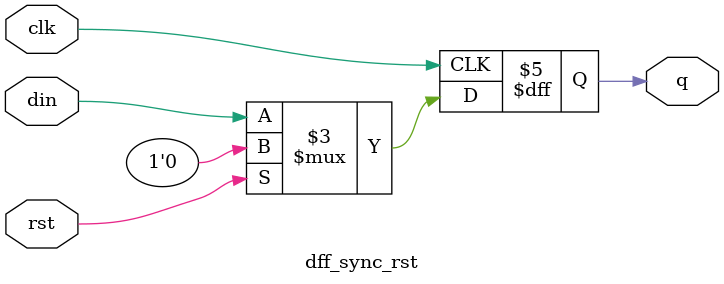
<source format=v>

module dff_sync_rst(din,clk,rst,q);
  input din,clk,rst;
  output reg q;
  
  always@(posedge clk) //synchronous reset
    begin
      if(rst)
        q <= 0;
      else
        q <= din;
    end
endmodule

</source>
